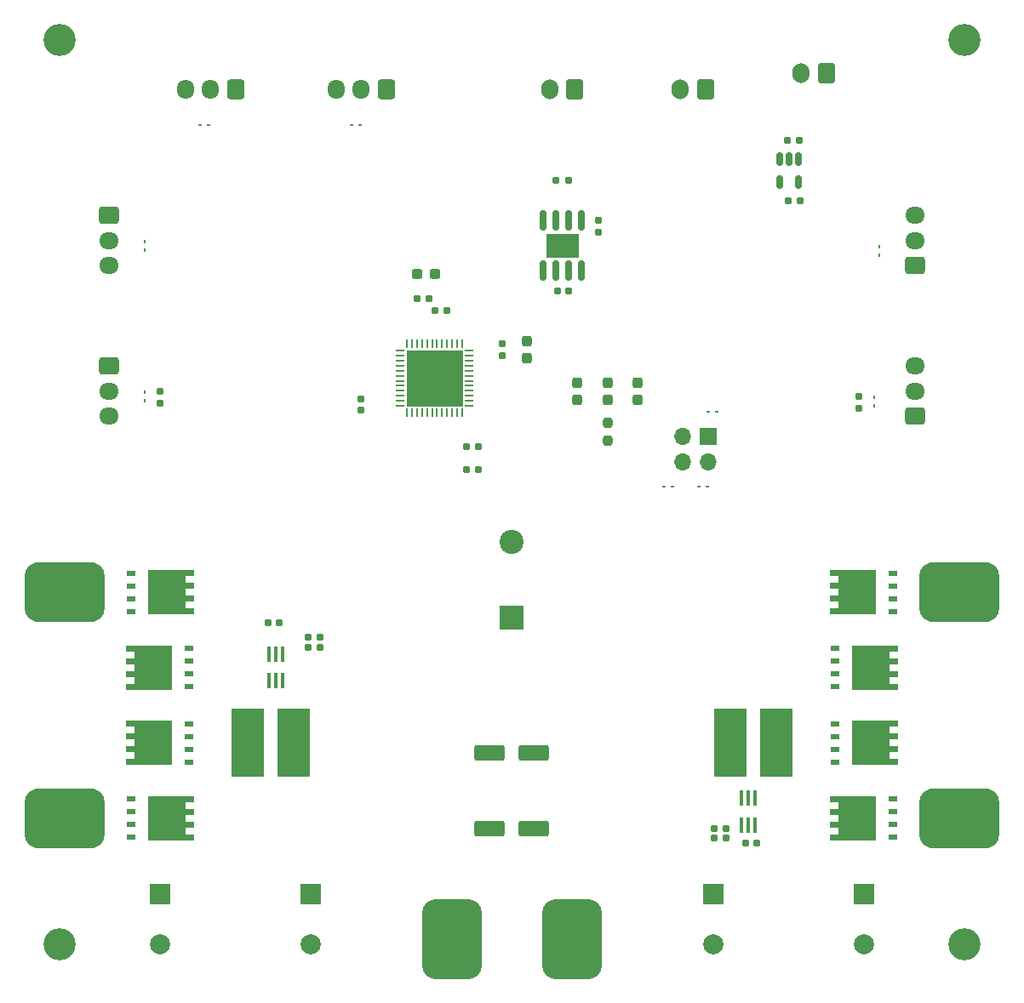
<source format=gbr>
%TF.GenerationSoftware,KiCad,Pcbnew,8.0.3*%
%TF.CreationDate,2024-07-05T23:28:03-07:00*%
%TF.ProjectId,go-kart-esc,676f2d6b-6172-4742-9d65-73632e6b6963,rev?*%
%TF.SameCoordinates,Original*%
%TF.FileFunction,Soldermask,Top*%
%TF.FilePolarity,Negative*%
%FSLAX46Y46*%
G04 Gerber Fmt 4.6, Leading zero omitted, Abs format (unit mm)*
G04 Created by KiCad (PCBNEW 8.0.3) date 2024-07-05 23:28:03*
%MOMM*%
%LPD*%
G01*
G04 APERTURE LIST*
G04 Aperture macros list*
%AMRoundRect*
0 Rectangle with rounded corners*
0 $1 Rounding radius*
0 $2 $3 $4 $5 $6 $7 $8 $9 X,Y pos of 4 corners*
0 Add a 4 corners polygon primitive as box body*
4,1,4,$2,$3,$4,$5,$6,$7,$8,$9,$2,$3,0*
0 Add four circle primitives for the rounded corners*
1,1,$1+$1,$2,$3*
1,1,$1+$1,$4,$5*
1,1,$1+$1,$6,$7*
1,1,$1+$1,$8,$9*
0 Add four rect primitives between the rounded corners*
20,1,$1+$1,$2,$3,$4,$5,0*
20,1,$1+$1,$4,$5,$6,$7,0*
20,1,$1+$1,$6,$7,$8,$9,0*
20,1,$1+$1,$8,$9,$2,$3,0*%
%AMFreePoly0*
4,1,17,2.675000,1.605000,1.875000,1.605000,1.875000,0.935000,2.675000,0.935000,2.675000,0.335000,1.875000,0.335000,1.875000,-0.335000,2.675000,-0.335000,2.675000,-0.935000,1.875000,-0.935000,1.875000,-1.605000,2.675000,-1.605000,2.675000,-2.205000,-1.875000,-2.205000,-1.875000,2.205000,2.675000,2.205000,2.675000,1.605000,2.675000,1.605000,$1*%
G04 Aperture macros list end*
%ADD10RoundRect,0.150000X-0.150000X0.512500X-0.150000X-0.512500X0.150000X-0.512500X0.150000X0.512500X0*%
%ADD11RoundRect,0.237500X-0.300000X-0.237500X0.300000X-0.237500X0.300000X0.237500X-0.300000X0.237500X0*%
%ADD12RoundRect,0.160000X0.197500X0.160000X-0.197500X0.160000X-0.197500X-0.160000X0.197500X-0.160000X0*%
%ADD13RoundRect,1.500000X-1.500000X-2.500000X1.500000X-2.500000X1.500000X2.500000X-1.500000X2.500000X0*%
%ADD14R,2.000000X2.000000*%
%ADD15C,2.000000*%
%ADD16RoundRect,0.250000X0.725000X-0.600000X0.725000X0.600000X-0.725000X0.600000X-0.725000X-0.600000X0*%
%ADD17O,1.950000X1.700000*%
%ADD18RoundRect,1.500000X2.500000X-1.500000X2.500000X1.500000X-2.500000X1.500000X-2.500000X-1.500000X0*%
%ADD19R,2.400000X2.400000*%
%ADD20C,2.400000*%
%ADD21RoundRect,0.062500X0.117500X0.062500X-0.117500X0.062500X-0.117500X-0.062500X0.117500X-0.062500X0*%
%ADD22FreePoly0,0.000000*%
%ADD23R,0.850000X0.500000*%
%ADD24RoundRect,0.155000X-0.212500X-0.155000X0.212500X-0.155000X0.212500X0.155000X-0.212500X0.155000X0*%
%ADD25C,3.200000*%
%ADD26RoundRect,0.155000X0.155000X-0.212500X0.155000X0.212500X-0.155000X0.212500X-0.155000X-0.212500X0*%
%ADD27RoundRect,1.500000X-2.500000X1.500000X-2.500000X-1.500000X2.500000X-1.500000X2.500000X1.500000X0*%
%ADD28R,0.400000X1.500000*%
%ADD29RoundRect,0.160000X-0.197500X-0.160000X0.197500X-0.160000X0.197500X0.160000X-0.197500X0.160000X0*%
%ADD30RoundRect,0.250000X0.600000X0.750000X-0.600000X0.750000X-0.600000X-0.750000X0.600000X-0.750000X0*%
%ADD31O,1.700000X2.000000*%
%ADD32RoundRect,0.155000X-0.155000X0.212500X-0.155000X-0.212500X0.155000X-0.212500X0.155000X0.212500X0*%
%ADD33RoundRect,0.062500X-0.062500X0.117500X-0.062500X-0.117500X0.062500X-0.117500X0.062500X0.117500X0*%
%ADD34RoundRect,0.155000X0.212500X0.155000X-0.212500X0.155000X-0.212500X-0.155000X0.212500X-0.155000X0*%
%ADD35R,3.180000X6.860000*%
%ADD36RoundRect,0.250000X0.600000X0.725000X-0.600000X0.725000X-0.600000X-0.725000X0.600000X-0.725000X0*%
%ADD37O,1.700000X1.950000*%
%ADD38RoundRect,0.160000X-0.160000X0.197500X-0.160000X-0.197500X0.160000X-0.197500X0.160000X0.197500X0*%
%ADD39RoundRect,0.237500X0.237500X-0.287500X0.237500X0.287500X-0.237500X0.287500X-0.237500X-0.287500X0*%
%ADD40RoundRect,0.150000X0.150000X-0.825000X0.150000X0.825000X-0.150000X0.825000X-0.150000X-0.825000X0*%
%ADD41R,3.300000X2.410000*%
%ADD42FreePoly0,180.000000*%
%ADD43RoundRect,0.250000X-1.250000X-0.550000X1.250000X-0.550000X1.250000X0.550000X-1.250000X0.550000X0*%
%ADD44R,1.700000X1.700000*%
%ADD45O,1.700000X1.700000*%
%ADD46RoundRect,0.062500X-0.117500X-0.062500X0.117500X-0.062500X0.117500X0.062500X-0.117500X0.062500X0*%
%ADD47RoundRect,0.062500X-0.062500X0.375000X-0.062500X-0.375000X0.062500X-0.375000X0.062500X0.375000X0*%
%ADD48RoundRect,0.062500X-0.375000X0.062500X-0.375000X-0.062500X0.375000X-0.062500X0.375000X0.062500X0*%
%ADD49R,5.600000X5.600000*%
%ADD50RoundRect,0.250000X-0.725000X0.600000X-0.725000X-0.600000X0.725000X-0.600000X0.725000X0.600000X0*%
%ADD51RoundRect,0.237500X-0.237500X0.300000X-0.237500X-0.300000X0.237500X-0.300000X0.237500X0.300000X0*%
%ADD52RoundRect,0.237500X-0.237500X0.250000X-0.237500X-0.250000X0.237500X-0.250000X0.237500X0.250000X0*%
G04 APERTURE END LIST*
D10*
%TO.C,U801*%
X93517500Y-31862500D03*
X92567500Y-31862500D03*
X91617500Y-31862500D03*
X91617500Y-34137500D03*
X93517500Y-34137500D03*
%TD*%
D11*
%TO.C,C405*%
X55600000Y-43300000D03*
X57325000Y-43300000D03*
%TD*%
D12*
%TO.C,R701*%
X70597500Y-34000000D03*
X69402500Y-34000000D03*
%TD*%
D13*
%TO.C,J102*%
X71000000Y-109500000D03*
%TD*%
D14*
%TO.C,C602*%
X85000000Y-105000000D03*
D15*
X85000000Y-110000000D03*
%TD*%
D16*
%TO.C,J109*%
X105050000Y-57500000D03*
D17*
X105050000Y-55000000D03*
X105050000Y-52500000D03*
%TD*%
D18*
%TO.C,J602*%
X109500000Y-75000000D03*
%TD*%
D14*
%TO.C,C302*%
X45000000Y-105000000D03*
D15*
X45000000Y-110000000D03*
%TD*%
D19*
%TO.C,C101*%
X65000000Y-77500000D03*
D20*
X65000000Y-70000000D03*
%TD*%
D21*
%TO.C,D117*%
X83580000Y-64500000D03*
X84420000Y-64500000D03*
%TD*%
D22*
%TO.C,Q604*%
X100650000Y-82500000D03*
D23*
X97100000Y-80595000D03*
X97100000Y-81865000D03*
X97100000Y-83135000D03*
X97100000Y-84405000D03*
%TD*%
D24*
%TO.C,C407*%
X55600000Y-45800000D03*
X56735000Y-45800000D03*
%TD*%
D25*
%TO.C,H401*%
X20000000Y-20000000D03*
%TD*%
D26*
%TO.C,C403*%
X50000000Y-56900000D03*
X50000000Y-55765000D03*
%TD*%
D25*
%TO.C,H403*%
X110000000Y-110000000D03*
%TD*%
D27*
%TO.C,J301*%
X20500000Y-75000000D03*
%TD*%
D28*
%TO.C,U601*%
X87850000Y-98160000D03*
X88500000Y-98160000D03*
X89150000Y-98160000D03*
X89150000Y-95500000D03*
X88500000Y-95500000D03*
X87850000Y-95500000D03*
%TD*%
D29*
%TO.C,R304*%
X44752500Y-79500000D03*
X45947500Y-79500000D03*
%TD*%
D30*
%TO.C,J103*%
X96250000Y-23350000D03*
D31*
X93750000Y-23350000D03*
%TD*%
D32*
%TO.C,C702*%
X73567500Y-38025000D03*
X73567500Y-39160000D03*
%TD*%
D33*
%TO.C,D110*%
X28500000Y-40920000D03*
X28500000Y-40080000D03*
%TD*%
D29*
%TO.C,R603*%
X85120129Y-98480348D03*
X86315129Y-98480348D03*
%TD*%
D34*
%TO.C,C402*%
X61635000Y-60500000D03*
X60500000Y-60500000D03*
%TD*%
D35*
%TO.C,R301*%
X43250000Y-90000000D03*
X38750000Y-90000000D03*
%TD*%
D30*
%TO.C,J104*%
X71250000Y-24950000D03*
D31*
X68750000Y-24950000D03*
%TD*%
D18*
%TO.C,J601*%
X109500000Y-97500000D03*
%TD*%
D25*
%TO.C,H402*%
X110000000Y-20000000D03*
%TD*%
D36*
%TO.C,J111*%
X52500000Y-24950000D03*
D37*
X50000000Y-24950000D03*
X47500000Y-24950000D03*
%TD*%
D27*
%TO.C,J302*%
X20500000Y-97500000D03*
%TD*%
D38*
%TO.C,R102*%
X99500000Y-55500000D03*
X99500000Y-56695000D03*
%TD*%
D34*
%TO.C,C408*%
X61635000Y-62750000D03*
X60500000Y-62750000D03*
%TD*%
D35*
%TO.C,R601*%
X86750000Y-90000000D03*
X91250000Y-90000000D03*
%TD*%
D39*
%TO.C,D101*%
X77500000Y-55875000D03*
X77500000Y-54125000D03*
%TD*%
D40*
%TO.C,U701*%
X68095000Y-42975000D03*
X69365000Y-42975000D03*
X70635000Y-42975000D03*
X71905000Y-42975000D03*
X71905000Y-38025000D03*
X70635000Y-38025000D03*
X69365000Y-38025000D03*
X68095000Y-38025000D03*
D41*
X70000000Y-40500000D03*
%TD*%
D12*
%TO.C,R604*%
X86315129Y-99480348D03*
X85120129Y-99480348D03*
%TD*%
D13*
%TO.C,J101*%
X59000000Y-109500000D03*
%TD*%
D39*
%TO.C,D102*%
X71500000Y-55875000D03*
X71500000Y-54125000D03*
%TD*%
D42*
%TO.C,Q603*%
X99350000Y-75000000D03*
D23*
X102900000Y-76905000D03*
X102900000Y-75635000D03*
X102900000Y-74365000D03*
X102900000Y-73095000D03*
%TD*%
D43*
%TO.C,C506*%
X62800000Y-98500000D03*
X67200000Y-98500000D03*
%TD*%
D22*
%TO.C,Q301*%
X30650000Y-74985000D03*
D23*
X27100000Y-73080000D03*
X27100000Y-74350000D03*
X27100000Y-75620000D03*
X27100000Y-76890000D03*
%TD*%
D33*
%TO.C,D108*%
X101500000Y-41420000D03*
X101500000Y-40580000D03*
%TD*%
D44*
%TO.C,J105*%
X84540000Y-59460000D03*
D45*
X84540000Y-62000000D03*
X82000000Y-59460000D03*
X82000000Y-62000000D03*
%TD*%
D16*
%TO.C,J108*%
X105050000Y-42500000D03*
D17*
X105050000Y-40000000D03*
X105050000Y-37500000D03*
%TD*%
D24*
%TO.C,C401*%
X57365000Y-47000000D03*
X58500000Y-47000000D03*
%TD*%
D38*
%TO.C,R101*%
X30000000Y-55000000D03*
X30000000Y-56195000D03*
%TD*%
D12*
%TO.C,R303*%
X45947500Y-80500000D03*
X44752500Y-80500000D03*
%TD*%
D33*
%TO.C,D106*%
X28500000Y-55920000D03*
X28500000Y-55080000D03*
%TD*%
D43*
%TO.C,C206*%
X62800000Y-91000000D03*
X67200000Y-91000000D03*
%TD*%
D30*
%TO.C,J401*%
X84250000Y-24950000D03*
D31*
X81750000Y-24950000D03*
%TD*%
D42*
%TO.C,Q304*%
X29350000Y-89985000D03*
D23*
X32900000Y-91890000D03*
X32900000Y-90620000D03*
X32900000Y-89350000D03*
X32900000Y-88080000D03*
%TD*%
D22*
%TO.C,Q602*%
X100650000Y-90000000D03*
D23*
X97100000Y-88095000D03*
X97100000Y-89365000D03*
X97100000Y-90635000D03*
X97100000Y-91905000D03*
%TD*%
D46*
%TO.C,D116*%
X85340000Y-57000000D03*
X84500000Y-57000000D03*
%TD*%
D21*
%TO.C,D114*%
X49080000Y-28500000D03*
X49920000Y-28500000D03*
%TD*%
%TO.C,D118*%
X80080000Y-64500000D03*
X80920000Y-64500000D03*
%TD*%
D32*
%TO.C,C404*%
X64000000Y-50300000D03*
X64000000Y-51435000D03*
%TD*%
D34*
%TO.C,C801*%
X93635000Y-36000000D03*
X92500000Y-36000000D03*
%TD*%
D14*
%TO.C,C604*%
X30000000Y-105000000D03*
D15*
X30000000Y-110000000D03*
%TD*%
D21*
%TO.C,D112*%
X34000000Y-28500000D03*
X34840000Y-28500000D03*
%TD*%
D25*
%TO.C,H404*%
X20000000Y-110000000D03*
%TD*%
D14*
%TO.C,C304*%
X100000000Y-105000000D03*
D15*
X100000000Y-110000000D03*
%TD*%
D42*
%TO.C,Q601*%
X99350000Y-97500000D03*
D23*
X102900000Y-99405000D03*
X102900000Y-98135000D03*
X102900000Y-96865000D03*
X102900000Y-95595000D03*
%TD*%
D47*
%TO.C,U401*%
X60050000Y-50262500D03*
X59550000Y-50262500D03*
X59050000Y-50262500D03*
X58550000Y-50262500D03*
X58050000Y-50262500D03*
X57550000Y-50262500D03*
X57050000Y-50262500D03*
X56550000Y-50262500D03*
X56050000Y-50262500D03*
X55550000Y-50262500D03*
X55050000Y-50262500D03*
X54550000Y-50262500D03*
D48*
X53862500Y-50950000D03*
X53862500Y-51450000D03*
X53862500Y-51950000D03*
X53862500Y-52450000D03*
X53862500Y-52950000D03*
X53862500Y-53450000D03*
X53862500Y-53950000D03*
X53862500Y-54450000D03*
X53862500Y-54950000D03*
X53862500Y-55450000D03*
X53862500Y-55950000D03*
X53862500Y-56450000D03*
D47*
X54550000Y-57137500D03*
X55050000Y-57137500D03*
X55550000Y-57137500D03*
X56050000Y-57137500D03*
X56550000Y-57137500D03*
X57050000Y-57137500D03*
X57550000Y-57137500D03*
X58050000Y-57137500D03*
X58550000Y-57137500D03*
X59050000Y-57137500D03*
X59550000Y-57137500D03*
X60050000Y-57137500D03*
D48*
X60737500Y-56450000D03*
X60737500Y-55950000D03*
X60737500Y-55450000D03*
X60737500Y-54950000D03*
X60737500Y-54450000D03*
X60737500Y-53950000D03*
X60737500Y-53450000D03*
X60737500Y-52950000D03*
X60737500Y-52450000D03*
X60737500Y-51950000D03*
X60737500Y-51450000D03*
X60737500Y-50950000D03*
D49*
X57300000Y-53700000D03*
%TD*%
D33*
%TO.C,D104*%
X101000000Y-56420000D03*
X101000000Y-55580000D03*
%TD*%
D34*
%TO.C,C802*%
X93567500Y-30000000D03*
X92432500Y-30000000D03*
%TD*%
D28*
%TO.C,U301*%
X42150000Y-81170000D03*
X41500000Y-81170000D03*
X40850000Y-81170000D03*
X40850000Y-83830000D03*
X41500000Y-83830000D03*
X42150000Y-83830000D03*
%TD*%
D42*
%TO.C,Q302*%
X29350000Y-82485000D03*
D23*
X32900000Y-84390000D03*
X32900000Y-83120000D03*
X32900000Y-81850000D03*
X32900000Y-80580000D03*
%TD*%
D39*
%TO.C,D103*%
X74500000Y-55875000D03*
X74500000Y-54125000D03*
%TD*%
D50*
%TO.C,J106*%
X24950000Y-52500000D03*
D17*
X24950000Y-55000000D03*
X24950000Y-57500000D03*
%TD*%
D51*
%TO.C,C406*%
X66500000Y-50005000D03*
X66500000Y-51730000D03*
%TD*%
D52*
%TO.C,R103*%
X74500000Y-58125000D03*
X74500000Y-59950000D03*
%TD*%
D24*
%TO.C,C301*%
X40715000Y-78000000D03*
X41850000Y-78000000D03*
%TD*%
D22*
%TO.C,Q303*%
X30650000Y-97500000D03*
D23*
X27100000Y-95595000D03*
X27100000Y-96865000D03*
X27100000Y-98135000D03*
X27100000Y-99405000D03*
%TD*%
D36*
%TO.C,J112*%
X37500000Y-24950000D03*
D37*
X35000000Y-24950000D03*
X32500000Y-24950000D03*
%TD*%
D34*
%TO.C,C701*%
X70635000Y-45025000D03*
X69500000Y-45025000D03*
%TD*%
%TO.C,C601*%
X89382629Y-99980348D03*
X88247629Y-99980348D03*
%TD*%
D50*
%TO.C,J107*%
X24950000Y-37500000D03*
D17*
X24950000Y-40000000D03*
X24950000Y-42500000D03*
%TD*%
M02*

</source>
